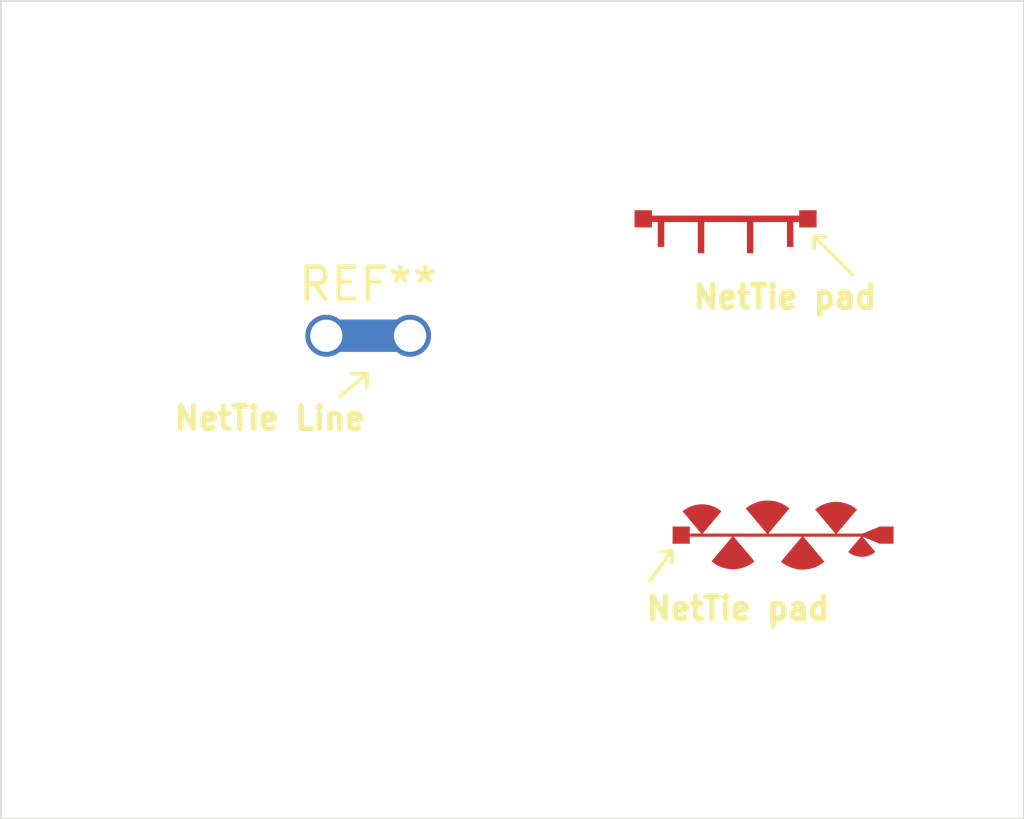
<source format=kicad_pcb>
(kicad_pcb (version 20171130) (host pcbnew "(5.1.10-244-gde46965af9)")

  (general
    (thickness 1.06)
    (drawings 18)
    (tracks 0)
    (zones 0)
    (modules 3)
    (nets 1)
  )

  (page A4)
  (title_block
    (title "BGT24 Module")
    (date 2020-01-06)
    (rev A)
    (comment 1 "Prabodh J.")
    (comment 2 "Leo L.")
    (comment 3 "Austin S.")
    (comment 4 "Design Engineers:")
  )

  (layers
    (0 F.Cu signal)
    (1 In1.Cu signal)
    (2 In2.Cu signal)
    (31 B.Cu power)
    (32 B.Adhes user)
    (33 F.Adhes user)
    (34 B.Paste user)
    (35 F.Paste user)
    (36 B.SilkS user)
    (37 F.SilkS user)
    (38 B.Mask user)
    (39 F.Mask user)
    (40 Dwgs.User user)
    (41 Cmts.User user)
    (42 Eco1.User user)
    (43 Eco2.User user)
    (44 Edge.Cuts user)
    (45 Margin user)
    (46 B.CrtYd user)
    (47 F.CrtYd user)
    (48 B.Fab user)
    (49 F.Fab user)
  )

  (setup
    (last_trace_width 0.127)
    (user_trace_width 0.125)
    (user_trace_width 0.25)
    (user_trace_width 0.3)
    (user_trace_width 0.5334)
    (user_trace_width 0.6)
    (trace_clearance 0.127)
    (zone_clearance 0.127)
    (zone_45_only no)
    (trace_min 0.125)
    (via_size 0.8)
    (via_drill 0.4)
    (via_min_size 0.6)
    (via_min_drill 0.35)
    (user_via 0.6 0.35)
    (uvia_size 0.3)
    (uvia_drill 0.1)
    (uvias_allowed no)
    (uvia_min_size 0.2)
    (uvia_min_drill 0.1)
    (edge_width 0.05)
    (segment_width 0.2)
    (pcb_text_width 0.3)
    (pcb_text_size 1.5 1.5)
    (mod_edge_width 0.12)
    (mod_text_size 1 1)
    (mod_text_width 0.15)
    (pad_size 0.074 0.074)
    (pad_drill 0)
    (pad_to_mask_clearance 0.03)
    (solder_mask_min_width 0.07)
    (aux_axis_origin 135.382 107.6119)
    (grid_origin 135.382 107.6119)
    (visible_elements 7FFFF71F)
    (pcbplotparams
      (layerselection 0x010f0_ffffffff)
      (usegerberextensions true)
      (usegerberattributes false)
      (usegerberadvancedattributes false)
      (creategerberjobfile false)
      (excludeedgelayer true)
      (linewidth 0.100000)
      (plotframeref false)
      (viasonmask false)
      (mode 1)
      (useauxorigin true)
      (hpglpennumber 1)
      (hpglpenspeed 20)
      (hpglpendiameter 15.000000)
      (psnegative false)
      (psa4output false)
      (plotreference true)
      (plotvalue true)
      (plotinvisibletext false)
      (padsonsilk false)
      (subtractmaskfromsilk false)
      (outputformat 1)
      (mirror false)
      (drillshape 0)
      (scaleselection 1)
      (outputdirectory "BGT24_Module_FAB/"))
  )

  (net 0 "")

  (net_class Default "This is the default net class."
    (clearance 0.127)
    (trace_width 0.127)
    (via_dia 0.8)
    (via_drill 0.4)
    (uvia_dia 0.3)
    (uvia_drill 0.1)
  )

  (net_class 50ohm_1.5GHz ""
    (clearance 0.127)
    (trace_width 0.5334)
    (via_dia 0.8)
    (via_drill 0.4)
    (uvia_dia 0.3)
    (uvia_drill 0.1)
  )

  (net_class 50ohm_24GHz ""
    (clearance 0.127)
    (trace_width 0.5334)
    (via_dia 0.8)
    (via_drill 0.4)
    (uvia_dia 0.3)
    (uvia_drill 0.1)
  )

  (module NetTie-2_THT_Pad1.0mm-fp_line (layer F.Cu) (tedit 6137160E) (tstamp 61372121)
    (at 145.482 92.6119)
    (descr "Net tie, 2 pin, 1.0mm round THT pads")
    (tags "net tie")
    (attr virtual)
    (fp_text reference REF** (at 1.3 -1.6) (layer F.SilkS)
      (effects (font (size 1 1) (thickness 0.15)))
    )
    (fp_text value NetTie-2_THT_Pad1.0mm (at 1.3 1.6) (layer F.Fab)
      (effects (font (size 1 1) (thickness 0.15)))
    )
    (fp_line (start 0 0) (end 2.6 0) (layer F.Cu) (width 1))
    (fp_line (start 0 0) (end 2.6 0) (layer B.Cu) (width 1))
    (fp_line (start -0.9 -0.9) (end 3.5 -0.9) (layer F.CrtYd) (width 0.05))
    (fp_line (start 3.5 -0.9) (end 3.5 0.9) (layer F.CrtYd) (width 0.05))
    (fp_line (start 3.5 0.9) (end -0.9 0.9) (layer F.CrtYd) (width 0.05))
    (fp_line (start -0.9 0.9) (end -0.9 -0.9) (layer F.CrtYd) (width 0.05))
    (pad 2 thru_hole circle (at 2.6 0) (size 1.3 1.3) (drill 1) (layers *.Cu))
    (pad 1 thru_hole circle (at 0 0) (size 1.3 1.3) (drill 1) (layers *.Cu))
  )

  (module lpf-fp (layer F.Cu) (tedit 6131EDA5) (tstamp 6131EA66)
    (at 157.872 88.9819)
    (descr "bloop_35GHz_LPF StepUp generated footprint")
    (tags "net tie")
    (attr smd)
    (fp_text reference "" (at 0 1) (layer F.SilkS)
      (effects (font (size 1 1) (thickness 0.15)))
    )
    (fp_text value "" (at 0 -1) (layer F.SilkS)
      (effects (font (size 1 1) (thickness 0.15)))
    )
    (fp_poly (pts (xy 2.825 -0.267) (xy 2.285 -0.267) (xy 2.285 -0.1) (xy 2.125 -0.1)
      (xy 2.125 0.1) (xy 2.285 0.1) (xy 2.285 0.267) (xy 2.825 0.267)) (layer F.Cu) (width 0))
    (fp_poly (pts (xy 2.825 -0.267) (xy 2.285 -0.267) (xy 2.285 -0.1) (xy 2.125 -0.1)
      (xy 2.125 0.1) (xy 2.285 0.1) (xy 2.285 0.267) (xy 2.825 0.267)) (layer F.Mask) (width 0))
    (fp_text user %R (at 0 1) (layer F.Fab)
      (effects (font (size 1 1) (thickness 0.15)))
    )
    (pad 2 smd circle (at 2.555 0) (size 0.074 0.074) (layers F.Cu F.Mask))
    (pad 1 smd custom (at -2.555 0) (size 0.074 0.074) (layers F.Cu F.Mask)
      (zone_connect 0)
      (options (clearance outline) (anchor circle))
      (primitives
        (gr_poly (pts
           (xy 0.27 -0.1) (xy 0.27 -0.267) (xy -0.27 -0.267) (xy -0.27 0.267) (xy 0.27 0.267)
           (xy 0.27 0.1) (xy 0.452 0.1) (xy 0.452 0.872) (xy 0.652 0.872) (xy 0.652 0.1)
           (xy 1.694 0.1) (xy 1.694 1.07) (xy 1.894 1.07) (xy 1.894 0.1) (xy 3.217 0.1)
           (xy 3.217 1.07) (xy 3.417 1.07) (xy 3.417 0.1) (xy 4.459 0.1) (xy 4.459 0.872)
           (xy 4.659 0.872) (xy 4.659 0.1) (xy 4.69 0.1) (xy 4.69 -0.1)) (width 0))
      ))
  )

  (module radial_stub-edited (layer F.Cu) (tedit 5D9A27DC) (tstamp 6131EA05)
    (at 156.551 98.8019)
    (descr "Radial_Stub StepUp generated footprint")
    (tags "net tie")
    (attr virtual)
    (fp_text reference "" (at 0 -2) (layer F.SilkS)
      (effects (font (size 0.9 0.9) (thickness 0.16)))
    )
    (fp_text value "" (at 3 2) (layer F.SilkS) hide
      (effects (font (size 0.9 0.9) (thickness 0.16)))
    )
    (fp_poly (pts (xy 0.21 -0.049) (xy 0.21 -0.267) (xy -0.323 -0.267) (xy -0.323 0.267)
      (xy 0.21 0.267) (xy 0.21 0.049) (xy 0.47 0.049) (xy 0.47 -0.049)) (layer F.Cu) (width 0))
    (fp_poly (pts (xy 0.21 -0.049) (xy 0.21 -0.267) (xy -0.323 -0.267) (xy -0.323 0.267)
      (xy 0.21 0.267) (xy 0.21 0.049) (xy 0.47 0.049) (xy 0.47 -0.049)) (layer F.Mask) (width 0))
    (pad 1 smd circle (at -0.058 0) (size 0.15 0.15) (layers F.Cu F.Mask))
    (pad 2 smd custom (at 6.271 0) (size 0.15 0.15) (layers F.Cu F.Mask)
      (zone_connect 0)
      (options (clearance outline) (anchor circle))
      (primitives
        (gr_poly (pts
           (xy -0.169 -0.267) (xy -0.7 -0.049) (xy -1.497 -0.049) (xy -0.87 -0.796) (xy -0.945 -0.853)
           (xy -1.025 -0.903) (xy -1.109 -0.945) (xy -1.197 -0.979) (xy -1.288 -1.005) (xy -1.38 -1.023)
           (xy -1.474 -1.032) (xy -1.568 -1.032) (xy -1.662 -1.023) (xy -1.755 -1.005) (xy -1.846 -0.979)
           (xy -1.933 -0.945) (xy -2.018 -0.903) (xy -2.098 -0.853) (xy -2.173 -0.796) (xy -1.546 -0.049)
           (xy -3.622 -0.049) (xy -2.968 -0.828) (xy -3.046 -0.888) (xy -3.129 -0.94) (xy -3.217 -0.984)
           (xy -3.309 -1.02) (xy -3.403 -1.047) (xy -3.5 -1.065) (xy -3.597 -1.074) (xy -3.696 -1.074)
           (xy -3.793 -1.065) (xy -3.89 -1.047) (xy -3.984 -1.02) (xy -4.076 -0.984) (xy -4.164 -0.94)
           (xy -4.247 -0.888) (xy -4.325 -0.828) (xy -3.671 -0.049) (xy -5.657 -0.049) (xy -5.078 -0.738)
           (xy -5.147 -0.791) (xy -5.221 -0.838) (xy -5.299 -0.877) (xy -5.381 -0.909) (xy -5.464 -0.933)
           (xy -5.55 -0.949) (xy -5.637 -0.957) (xy -5.725 -0.957) (xy -5.811 -0.949) (xy -5.897 -0.933)
           (xy -5.981 -0.909) (xy -6.063 -0.877) (xy -6.14 -0.838) (xy -6.215 -0.791) (xy -6.284 -0.738)
           (xy -5.705 -0.049) (xy -5.965 -0.049) (xy -5.965 0.049) (xy -4.744 0.049) (xy -5.388 0.816)
           (xy -5.311 0.875) (xy -5.229 0.926) (xy -5.143 0.97) (xy -5.053 1.005) (xy -4.96 1.032)
           (xy -4.865 1.05) (xy -4.768 1.059) (xy -4.671 1.059) (xy -4.575 1.05) (xy -4.48 1.032)
           (xy -4.387 1.005) (xy -4.297 0.97) (xy -4.21 0.926) (xy -4.128 0.875) (xy -4.051 0.816)
           (xy -4.695 0.049) (xy -2.582 0.049) (xy -3.234 0.825) (xy -3.156 0.884) (xy -3.073 0.936)
           (xy -2.986 0.98) (xy -2.895 1.016) (xy -2.801 1.043) (xy -2.705 1.061) (xy -2.607 1.07)
           (xy -2.509 1.07) (xy -2.412 1.061) (xy -2.316 1.043) (xy -2.222 1.016) (xy -2.131 0.98)
           (xy -2.043 0.936) (xy -1.96 0.884) (xy -1.883 0.825) (xy -2.534 0.049) (xy -0.749 0.049)
           (xy -1.145 0.521) (xy -1.097 0.558) (xy -1.045 0.591) (xy -0.991 0.618) (xy -0.934 0.64)
           (xy -0.875 0.657) (xy -0.816 0.668) (xy -0.755 0.674) (xy -0.694 0.674) (xy -0.633 0.668)
           (xy -0.573 0.657) (xy -0.515 0.64) (xy -0.458 0.618) (xy -0.404 0.591) (xy -0.352 0.558)
           (xy -0.303 0.521) (xy -0.7 0.049) (xy -0.169 0.267) (xy 0.265 0.267) (xy 0.265 -0.267)
) (width 0))
      ))
  )

  (gr_line (start 146.742 93.7919) (end 146.262 93.7919) (layer F.SilkS) (width 0.12))
  (gr_line (start 146.742 93.7919) (end 146.742 94.2119) (layer F.SilkS) (width 0.12))
  (gr_line (start 145.892 94.5019) (end 146.742 93.7919) (layer F.SilkS) (width 0.12))
  (gr_text "NetTie Line" (at 143.732 95.1719) (layer F.SilkS) (tstamp 61372184)
    (effects (font (size 0.7 0.7) (thickness 0.175)))
  )
  (gr_text "NetTie pad" (at 158.262 101.0819) (layer F.SilkS) (tstamp 6131EC01)
    (effects (font (size 0.7 0.7) (thickness 0.175)))
  )
  (gr_line (start 156.202 99.2919) (end 155.872 99.3119) (layer F.SilkS) (width 0.12))
  (gr_line (start 156.212 99.6519) (end 156.202 99.3019) (layer F.SilkS) (width 0.12))
  (gr_line (start 156.202 99.2919) (end 156.212 99.6519) (layer F.SilkS) (width 0.12))
  (gr_line (start 155.522 100.2219) (end 156.202 99.2919) (layer F.SilkS) (width 0.12))
  (gr_line (start 160.622 89.5319) (end 160.622 89.8919) (layer F.SilkS) (width 0.12))
  (gr_line (start 160.982 89.5319) (end 160.632 89.5319) (layer F.SilkS) (width 0.12))
  (gr_line (start 160.622 89.5319) (end 160.982 89.5319) (layer F.SilkS) (width 0.12))
  (gr_line (start 161.802 90.7119) (end 160.622 89.5319) (layer F.SilkS) (width 0.12))
  (gr_text "NetTie pad" (at 159.712 91.4119) (layer F.SilkS)
    (effects (font (size 0.7 0.7) (thickness 0.175)))
  )
  (gr_line (start 135.382 82.2119) (end 135.382 107.6119) (layer Edge.Cuts) (width 0.05) (tstamp 5DAB2B46))
  (gr_line (start 167.132 82.2119) (end 135.382 82.2119) (layer Edge.Cuts) (width 0.05) (tstamp 5DB7103E))
  (gr_line (start 167.132 107.6119) (end 167.132 82.2119) (layer Edge.Cuts) (width 0.05) (tstamp 5DB5F4E3))
  (gr_line (start 135.382 107.6119) (end 167.132 107.6119) (layer Edge.Cuts) (width 0.05))

)

</source>
